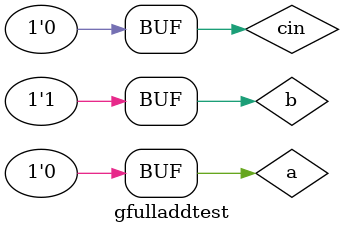
<source format=v>
`timescale 1ns / 1ps


module gfulladdtest;

	// Inputs
	reg a;
	reg b;
	reg cin;

	// Outputs
	wire s;
	wire cout;

	// Instantiate the Unit Under Test (UUT)
	gfulladd uut (
		.a(a), 
		.b(b), 
		.cin(cin), 
		.s(s), 
		.cout(cout)
	);

	initial begin
	   $monitor("%t a=%b b=%b cin=%b s=%b cout=%b",$time,a,b,cin,s,cout);
		// Initialize Inputs
		a = 0;
		b = 0;
		cin = 0;

		// Wait 100 ns for global reset to finish
		#10 a=1;b=1;cin=1;
		#10 a=0;cin=1;b=0;
		#10 cin=1;b=0;a=1;
		#15 a=1;b=1;cin=0;
		#10 a=0;b=1;cin=1;
		#10 a=0;b=1;cin=0;
		
        
		// Add stimulus here

	end
      
endmodule


</source>
